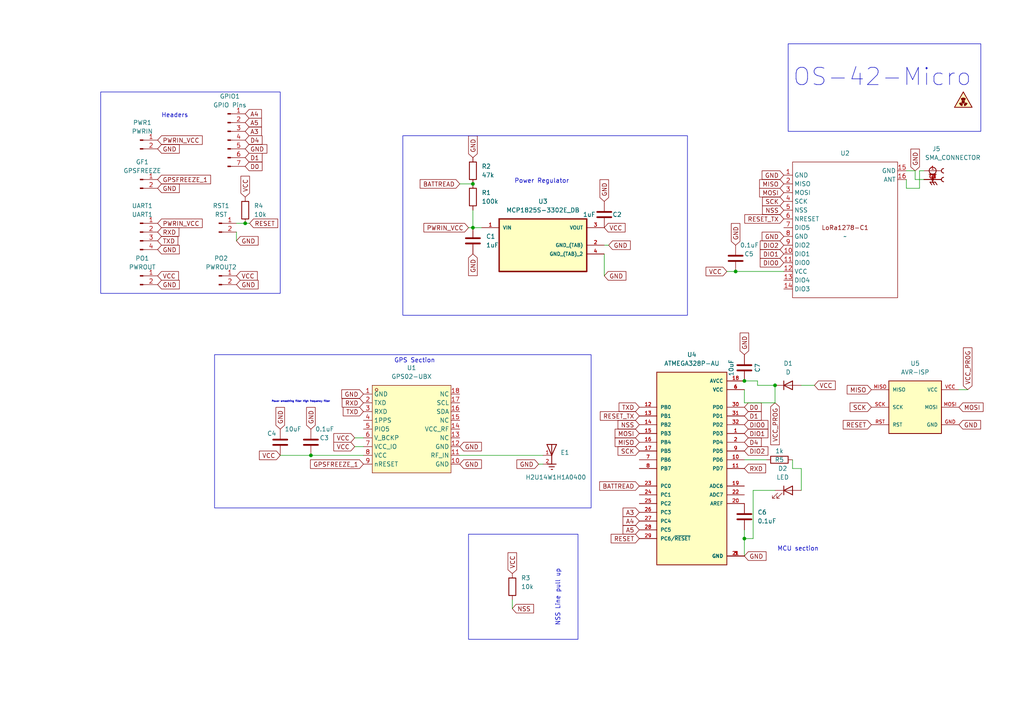
<source format=kicad_sch>
(kicad_sch (version 20231120) (generator "eeschema") (generator_version "8.0")
  (paper "A4")
  (lib_symbols
    (symbol "328p:ATMEGA328P-AU" (pin_names (offset 1.016))
      (property "Reference" "U" (at -10.1755 29.2546 0))
      (property "Value" "ATMEGA328P-AU" (at -10.1669 -31.7714 0))
      (symbol "ATMEGA328P-AU_0_0"
        (rectangle (start -10.16 -27.94) (end 10.16 27.94) (stroke (width 0.254)) (fill (type background)))
        (pin bidirectional line (at 15.24 10.16 180) (length 5.08) (name "PD3") (number "1"))
        (pin bidirectional line (at 15.24 2.54 180) (length 5.08) (name "PD6") (number "10"))
        (pin bidirectional line (at 15.24 0 180) (length 5.08) (name "PD7") (number "11"))
        (pin bidirectional line (at -15.24 17.78 0) (length 5.08) (name "PB0") (number "12"))
        (pin bidirectional line (at -15.24 15.24 0) (length 5.08) (name "PB1") (number "13"))
        (pin bidirectional line (at -15.24 12.7 0) (length 5.08) (name "PB2") (number "14"))
        (pin bidirectional line (at -15.24 10.16 0) (length 5.08) (name "PB3") (number "15"))
        (pin bidirectional line (at -15.24 7.62 0) (length 5.08) (name "PB4") (number "16"))
        (pin bidirectional line (at -15.24 5.08 0) (length 5.08) (name "PB5") (number "17"))
        (pin power_in line (at 15.24 25.4 180) (length 5.08) (name "AVCC") (number "18"))
        (pin bidirectional line (at 15.24 -5.08 180) (length 5.08) (name "ADC6") (number "19"))
        (pin bidirectional line (at 15.24 7.62 180) (length 5.08) (name "PD4") (number "2"))
        (pin input line (at 15.24 -10.16 180) (length 5.08) (name "AREF") (number "20"))
        (pin power_in line (at 15.24 -25.4 180) (length 5.08) (name "GND") (number "21"))
        (pin bidirectional line (at 15.24 -7.62 180) (length 5.08) (name "ADC7") (number "22"))
        (pin bidirectional line (at -15.24 -5.08 0) (length 5.08) (name "PC0") (number "23"))
        (pin bidirectional line (at -15.24 -7.62 0) (length 5.08) (name "PC1") (number "24"))
        (pin bidirectional line (at -15.24 -10.16 0) (length 5.08) (name "PC2") (number "25"))
        (pin bidirectional line (at -15.24 -12.7 0) (length 5.08) (name "PC3") (number "26"))
        (pin bidirectional line (at -15.24 -15.24 0) (length 5.08) (name "PC4") (number "27"))
        (pin bidirectional line (at -15.24 -17.78 0) (length 5.08) (name "PC5") (number "28"))
        (pin bidirectional line (at -15.24 -20.32 0) (length 5.08) (name "PC6/~{RESET}") (number "29"))
        (pin power_in line (at 15.24 -25.4 180) (length 5.08) (name "GND") (number "3"))
        (pin bidirectional line (at 15.24 17.78 180) (length 5.08) (name "PD0") (number "30"))
        (pin bidirectional line (at 15.24 15.24 180) (length 5.08) (name "PD1") (number "31"))
        (pin bidirectional line (at 15.24 12.7 180) (length 5.08) (name "PD2") (number "32"))
        (pin power_in line (at 15.24 22.86 180) (length 5.08) (name "VCC") (number "4"))
        (pin power_in line (at 15.24 -25.4 180) (length 5.08) (name "GND") (number "5"))
        (pin power_in line (at 15.24 22.86 180) (length 5.08) (name "VCC") (number "6"))
        (pin bidirectional line (at -15.24 2.54 0) (length 5.08) (name "PB6") (number "7"))
        (pin bidirectional line (at -15.24 0 0) (length 5.08) (name "PB7") (number "8"))
        (pin bidirectional line (at 15.24 5.08 180) (length 5.08) (name "PD5") (number "9"))
      )
    )
    (symbol "ANT:H2U14W1H1A0400" (pin_names (offset 1.016))
      (property "Reference" "E" (at 2.0344 0.7629 0))
      (property "Value" "H2U14W1H1A0400" (at 2.1628 -1.0178 0))
      (symbol "H2U14W1H1A0400_0_0"
        (polyline (pts (xy -1.397 3.175) (xy 0 3.175)) (stroke (width 0.254)))
        (polyline (pts (xy -0.762 -3.302) (xy 0.762 -3.302)) (stroke (width 0.254)))
        (polyline (pts (xy -0.127 -4.064) (xy 0.254 -4.064)) (stroke (width 0.254)))
        (polyline (pts (xy 0 -2.54) (xy -1.27 -2.54)) (stroke (width 0.254)))
        (polyline (pts (xy 0 -2.54) (xy 1.27 -2.54)) (stroke (width 0.254)))
        (polyline (pts (xy 0 0) (xy -1.397 3.175)) (stroke (width 0.254)))
        (polyline (pts (xy 0 0) (xy 0 -2.54)) (stroke (width 0.254)))
        (polyline (pts (xy 0 3.175) (xy 0 0)) (stroke (width 0.254)))
        (polyline (pts (xy 0 3.175) (xy 1.397 3.175)) (stroke (width 0.254)))
        (polyline (pts (xy 1.397 3.175) (xy 0 0)) (stroke (width 0.254)))
        (pin passive line (at -2.54 0 0) (length 2.54) (name "~") (number "1"))
        (pin power_in line (at -2.54 -2.54 0) (length 2.54) (name "~") (number "2"))
      )
    )
    (symbol "Connector:Conn_01x02_Pin" (pin_names (offset 1.016) hide)
      (property "Reference" "J" (at 0 2.54 0))
      (property "Value" "Conn_01x02_Pin" (at 0 -5.08 0))
      (symbol "Conn_01x02_Pin_1_1"
        (polyline (pts (xy 1.27 -2.54) (xy 0.8636 -2.54)) (stroke (width 0.1524)))
        (polyline (pts (xy 1.27 0) (xy 0.8636 0)) (stroke (width 0.1524)))
        (rectangle (start 0.8636 -2.413) (end 0 -2.667) (stroke (width 0.1524)) (fill (type outline)))
        (rectangle (start 0.8636 0.127) (end 0 -0.127) (stroke (width 0.1524)) (fill (type outline)))
        (pin passive line (at 5.08 0 180) (length 3.81) (name "Pin_1") (number "1"))
        (pin passive line (at 5.08 -2.54 180) (length 3.81) (name "Pin_2") (number "2"))
      )
    )
    (symbol "Connector:Conn_01x04_Pin" (pin_names (offset 1.016) hide)
      (property "Reference" "J" (at 0 5.08 0))
      (property "Value" "Conn_01x04_Pin" (at 0 -7.62 0))
      (symbol "Conn_01x04_Pin_1_1"
        (polyline (pts (xy 1.27 -5.08) (xy 0.8636 -5.08)) (stroke (width 0.1524)))
        (polyline (pts (xy 1.27 -2.54) (xy 0.8636 -2.54)) (stroke (width 0.1524)))
        (polyline (pts (xy 1.27 0) (xy 0.8636 0)) (stroke (width 0.1524)))
        (polyline (pts (xy 1.27 2.54) (xy 0.8636 2.54)) (stroke (width 0.1524)))
        (rectangle (start 0.8636 -4.953) (end 0 -5.207) (stroke (width 0.1524)) (fill (type outline)))
        (rectangle (start 0.8636 -2.413) (end 0 -2.667) (stroke (width 0.1524)) (fill (type outline)))
        (rectangle (start 0.8636 0.127) (end 0 -0.127) (stroke (width 0.1524)) (fill (type outline)))
        (rectangle (start 0.8636 2.667) (end 0 2.413) (stroke (width 0.1524)) (fill (type outline)))
        (pin passive line (at 5.08 2.54 180) (length 3.81) (name "Pin_1") (number "1"))
        (pin passive line (at 5.08 0 180) (length 3.81) (name "Pin_2") (number "2"))
        (pin passive line (at 5.08 -2.54 180) (length 3.81) (name "Pin_3") (number "3"))
        (pin passive line (at 5.08 -5.08 180) (length 3.81) (name "Pin_4") (number "4"))
      )
    )
    (symbol "Connector:Conn_01x07_Pin" (pin_names (offset 1.016) hide)
      (property "Reference" "J" (at 0 10.16 0))
      (property "Value" "Conn_01x07_Pin" (at 0 -10.16 0))
      (symbol "Conn_01x07_Pin_1_1"
        (polyline (pts (xy 1.27 -7.62) (xy 0.8636 -7.62)) (stroke (width 0.1524)))
        (polyline (pts (xy 1.27 -5.08) (xy 0.8636 -5.08)) (stroke (width 0.1524)))
        (polyline (pts (xy 1.27 -2.54) (xy 0.8636 -2.54)) (stroke (width 0.1524)))
        (polyline (pts (xy 1.27 0) (xy 0.8636 0)) (stroke (width 0.1524)))
        (polyline (pts (xy 1.27 2.54) (xy 0.8636 2.54)) (stroke (width 0.1524)))
        (polyline (pts (xy 1.27 5.08) (xy 0.8636 5.08)) (stroke (width 0.1524)))
        (polyline (pts (xy 1.27 7.62) (xy 0.8636 7.62)) (stroke (width 0.1524)))
        (rectangle (start 0.8636 -7.493) (end 0 -7.747) (stroke (width 0.1524)) (fill (type outline)))
        (rectangle (start 0.8636 -4.953) (end 0 -5.207) (stroke (width 0.1524)) (fill (type outline)))
        (rectangle (start 0.8636 -2.413) (end 0 -2.667) (stroke (width 0.1524)) (fill (type outline)))
        (rectangle (start 0.8636 0.127) (end 0 -0.127) (stroke (width 0.1524)) (fill (type outline)))
        (rectangle (start 0.8636 2.667) (end 0 2.413) (stroke (width 0.1524)) (fill (type outline)))
        (rectangle (start 0.8636 5.207) (end 0 4.953) (stroke (width 0.1524)) (fill (type outline)))
        (rectangle (start 0.8636 7.747) (end 0 7.493) (stroke (width 0.1524)) (fill (type outline)))
        (pin passive line (at 5.08 7.62 180) (length 3.81) (name "Pin_1") (number "1"))
        (pin passive line (at 5.08 5.08 180) (length 3.81) (name "Pin_2") (number "2"))
        (pin passive line (at 5.08 2.54 180) (length 3.81) (name "Pin_3") (number "3"))
        (pin passive line (at 5.08 0 180) (length 3.81) (name "Pin_4") (number "4"))
        (pin passive line (at 5.08 -2.54 180) (length 3.81) (name "Pin_5") (number "5"))
        (pin passive line (at 5.08 -5.08 180) (length 3.81) (name "Pin_6") (number "6"))
        (pin passive line (at 5.08 -7.62 180) (length 3.81) (name "Pin_7") (number "7"))
      )
    )
    (symbol "Device:C" (pin_numbers hide) (pin_names (offset 0.254))
      (property "Reference" "C" (at 0.635 2.54 0))
      (property "Value" "C" (at 0.635 -2.54 0))
      (symbol "C_0_1"
        (polyline (pts (xy -2.032 -0.762) (xy 2.032 -0.762)) (stroke (width 0.508)))
        (polyline (pts (xy -2.032 0.762) (xy 2.032 0.762)) (stroke (width 0.508)))
      )
      (symbol "C_1_1"
        (pin passive line (at 0 3.81 270) (length 2.794) (name "~") (number "1"))
        (pin passive line (at 0 -3.81 90) (length 2.794) (name "~") (number "2"))
      )
    )
    (symbol "Device:D" (pin_numbers hide) (pin_names (offset 1.016) hide)
      (property "Reference" "D" (at 0 2.54 0))
      (property "Value" "D" (at 0 -2.54 0))
      (symbol "D_0_1"
        (polyline (pts (xy -1.27 1.27) (xy -1.27 -1.27)) (stroke (width 0.254)))
        (polyline (pts (xy 1.27 0) (xy -1.27 0)))
        (polyline (pts (xy 1.27 1.27) (xy 1.27 -1.27) (xy -1.27 0) (xy 1.27 1.27)) (stroke (width 0.254)))
      )
      (symbol "D_1_1"
        (pin passive line (at -3.81 0 0) (length 2.54) (name "K") (number "1"))
        (pin passive line (at 3.81 0 180) (length 2.54) (name "A") (number "2"))
      )
    )
    (symbol "Device:LED" (pin_numbers hide) (pin_names (offset 1.016) hide)
      (property "Reference" "D" (at 0 2.54 0))
      (property "Value" "LED" (at 0 -2.54 0))
      (symbol "LED_0_1"
        (polyline (pts (xy -1.27 -1.27) (xy -1.27 1.27)) (stroke (width 0.254)))
        (polyline (pts (xy -1.27 0) (xy 1.27 0)))
        (polyline (pts (xy 1.27 -1.27) (xy 1.27 1.27) (xy -1.27 0) (xy 1.27 -1.27)) (stroke (width 0.254)))
        (polyline (pts (xy -3.048 -0.762) (xy -4.572 -2.286) (xy -3.81 -2.286) (xy -4.572 -2.286) (xy -4.572 -1.524)))
        (polyline (pts (xy -1.778 -0.762) (xy -3.302 -2.286) (xy -2.54 -2.286) (xy -3.302 -2.286) (xy -3.302 -1.524)))
      )
      (symbol "LED_1_1"
        (pin passive line (at -3.81 0 0) (length 2.54) (name "K") (number "1"))
        (pin passive line (at 3.81 0 180) (length 2.54) (name "A") (number "2"))
      )
    )
    (symbol "Device:R" (pin_numbers hide) (pin_names (offset 0))
      (property "Reference" "R" (at 2.032 0 90))
      (property "Value" "R" (at 0 0 90))
      (symbol "R_0_1"
        (rectangle (start -1.016 -2.54) (end 1.016 2.54) (stroke (width 0.254)))
      )
      (symbol "R_1_1"
        (pin passive line (at 0 3.81 270) (length 1.27) (name "~") (number "1"))
        (pin passive line (at 0 -3.81 90) (length 1.27) (name "~") (number "2"))
      )
    )
    (symbol "GPS:GPS02-UBX"
      (property "Reference" "U" (at 0 15.24 0))
      (property "Value" "GPS02-UBX" (at 0 -15.24 0))
      (symbol "GPS02-UBX_0_1"
        (rectangle (start -11.43 12.7) (end 11.43 -12.7) (fill (type background)))
        (circle (center -10.16 11.43) (radius 0.38))
        (pin unspecified line (at -13.97 10.16 0) (length 2.54) (name "GND") (number "1"))
        (pin unspecified line (at 13.97 -10.16 180) (length 2.54) (name "GND") (number "10"))
        (pin unspecified line (at 13.97 -7.62 180) (length 2.54) (name "RF_IN") (number "11"))
        (pin unspecified line (at 13.97 -5.08 180) (length 2.54) (name "GND") (number "12"))
        (pin unspecified line (at 13.97 -2.54 180) (length 2.54) (name "NC") (number "13"))
        (pin unspecified line (at 13.97 0 180) (length 2.54) (name "VCC_RF") (number "14"))
        (pin unspecified line (at 13.97 2.54 180) (length 2.54) (name "NC") (number "15"))
        (pin unspecified line (at 13.97 5.08 180) (length 2.54) (name "SDA") (number "16"))
        (pin unspecified line (at 13.97 7.62 180) (length 2.54) (name "SCL") (number "17"))
        (pin unspecified line (at 13.97 10.16 180) (length 2.54) (name "NC") (number "18"))
        (pin unspecified line (at -13.97 7.62 0) (length 2.54) (name "TXD") (number "2"))
        (pin unspecified line (at -13.97 5.08 0) (length 2.54) (name "RXD") (number "3"))
        (pin unspecified line (at -13.97 2.54 0) (length 2.54) (name "1PPS") (number "4"))
        (pin unspecified line (at -13.97 0 0) (length 2.54) (name "PIO5") (number "5"))
        (pin unspecified line (at -13.97 -2.54 0) (length 2.54) (name "V_BCKP") (number "6"))
        (pin unspecified line (at -13.97 -5.08 0) (length 2.54) (name "VCC_IO") (number "7"))
        (pin unspecified line (at -13.97 -7.62 0) (length 2.54) (name "VCC") (number "8"))
        (pin unspecified line (at -13.97 -10.16 0) (length 2.54) (name "nRESET") (number "9"))
      )
    )
    (symbol "Graphic:SYM_Radioactive_Radiation_Small" (in_bom no) (on_board no)
      (symbol "SYM_Radioactive_Radiation_Small_0_0"
        (arc (start -1.1176 -0.7366) (mid -0.8421 -1.2231) (end -0.3556 -1.4986))
        (arc (start -0.6096 -0.6096) (mid -0.4656 -0.8429) (end -0.2286 -0.9906))
        (circle (center -0.0254 -0.3556) (radius 0.3556) (stroke (width 0.254)) (fill (type outline)))
        (polyline (pts (xy -1.1176 -0.7366) (xy -0.6096 -0.6096)))
        (polyline (pts (xy -0.635 0.6096) (xy -0.381 0.1016)))
        (polyline (pts (xy -0.3556 -1.4986) (xy -0.2286 -0.9906)))
        (polyline (pts (xy 0.3556 -1.4986) (xy 0.2286 -0.9906)))
        (polyline (pts (xy 0.635 0.6096) (xy 0.381 0.1016)))
        (polyline (pts (xy 1.1176 -0.7366) (xy 0.6096 -0.6096)))
        (polyline (pts (xy -0.6096 -0.6604) (xy -0.508 -0.8636) (xy -0.254 -0.9652) (xy -0.4064 -1.4732) (xy -0.762 -1.2192) (xy -0.9652 -1.016) (xy -1.0668 -0.7112) (xy -0.6096 -0.6604)) (fill (type outline)))
        (polyline (pts (xy 0.6096 -0.6096) (xy 0.4572 -0.8636) (xy 0.254 -1.016) (xy 0.4064 -1.4732) (xy 0.7112 -1.27) (xy 0.9144 -1.0668) (xy 1.0668 -0.762) (xy 0.6096 -0.6604)) (fill (type outline)))
        (polyline (pts (xy -0.3556 0.1524) (xy -0.1016 0.254) (xy 0.1524 0.254) (xy 0.3556 0.1016) (xy 0.6096 0.6096) (xy 0.3556 0.7112) (xy 0.1016 0.762) (xy -0.1524 0.762) (xy -0.4572 0.6604) (xy -0.6096 0.6096) (xy -0.4064 0.1524)) (fill (type outline)))
        (arc (start 0.2286 -0.9906) (mid 0.4619 -0.8466) (end 0.6096 -0.6096))
        (arc (start 0.3556 -1.4986) (mid 0.8421 -1.2231) (end 1.1176 -0.7366))
        (arc (start 0.381 0.1016) (mid 0 0.2594) (end -0.381 0.1016))
        (arc (start 0.635 0.6096) (mid 0 0.8131) (end -0.635 0.6096))
      )
      (symbol "SYM_Radioactive_Radiation_Small_0_1"
        (polyline (pts (xy -2.54 -1.905) (xy 2.54 -1.905) (xy 0 2.54) (xy -2.54 -1.905)) (stroke (width 0.254)) (fill (type background)))
      )
    )
    (symbol "ISP:AVR-ISP" (pin_names (offset 1.016))
      (property "Reference" "U" (at 0 0 0))
      (property "Value" "AVR-ISP" (at 0 0 0))
      (symbol "AVR-ISP_0_0"
        (rectangle (start -7.62 -7.62) (end 7.62 7.62) (stroke (width 0.254)) (fill (type background)))
        (pin bidirectional line (at 12.7 -5.08 180) (length 5.08) (name "GND") (number "GND"))
        (pin bidirectional line (at -12.7 5.08 0) (length 5.08) (name "MISO") (number "MISO"))
        (pin bidirectional line (at 12.7 0 180) (length 5.08) (name "MOSI") (number "MOSI"))
        (pin bidirectional line (at -12.7 -5.08 0) (length 5.08) (name "RST") (number "RST"))
        (pin bidirectional line (at -12.7 0 0) (length 5.08) (name "SCK") (number "SCK"))
        (pin bidirectional line (at 12.7 5.08 180) (length 5.08) (name "VCC") (number "VCC"))
      )
    )
    (symbol "LoRa1278:LoRa1278-C1"
      (property "Reference" "U" (at 0 0 0))
      (symbol "LoRa1278-C1_0_1"
        (rectangle (start -15.24 21.59) (end 15.24 -17.78))
      )
      (symbol "LoRa1278-C1_1_1"
        (text "LoRa1278-C1" (at 0 2.54 0) (effects (font (size 1.27 1.27))))
        (pin power_in line (at -17.78 17.78 0) (length 2.54) (name "GND") (number "1"))
        (pin input line (at -17.78 -5.08 0) (length 2.54) (name "DIO1") (number "10"))
        (pin input line (at -17.78 -7.62 0) (length 2.54) (name "DIO0") (number "11"))
        (pin power_in line (at -17.78 -10.16 0) (length 2.54) (name "VCC") (number "12"))
        (pin input line (at -17.78 -12.7 0) (length 2.54) (name "DIO4") (number "13"))
        (pin input line (at -17.78 -15.24 0) (length 2.54) (name "DIO3") (number "14"))
        (pin power_out line (at 17.78 19.05 180) (length 2.54) (name "GND") (number "15"))
        (pin output line (at 17.78 16.51 180) (length 2.54) (name "ANT") (number "16"))
        (pin input line (at -17.78 15.24 0) (length 2.54) (name "MISO") (number "2"))
        (pin input line (at -17.78 12.7 0) (length 2.54) (name "MOSI") (number "3"))
        (pin input line (at -17.78 10.16 0) (length 2.54) (name "SCK") (number "4"))
        (pin input line (at -17.78 7.62 0) (length 2.54) (name "NSS") (number "5"))
        (pin input line (at -17.78 5.08 0) (length 2.54) (name "NRESET") (number "6"))
        (pin input line (at -17.78 2.54 0) (length 2.54) (name "DIO5") (number "7"))
        (pin power_in line (at -17.78 0 0) (length 2.54) (name "GND") (number "8"))
        (pin input line (at -17.78 -2.54 0) (length 2.54) (name "DIO2") (number "9"))
      )
    )
    (symbol "SMACONN:SMA_CONNECTOR" (pin_names (offset 1.016))
      (property "Reference" "J" (at -3.81 1.524 0))
      (property "Value" "SMA_CONNECTOR" (at -4.064 -6.858 0))
      (symbol "SMA_CONNECTOR_0_0"
        (arc (start -3.175 -3.175) (mid -2.5427 -2.54) (end -3.175 -1.905) (stroke (width 0.254)))
        (arc (start -3.175 -0.635) (mid -2.5427 0) (end -3.175 0.635) (stroke (width 0.254)))
        (circle (center 0 -2.54) (radius 0.254) (stroke (width 0.254)))
        (polyline (pts (xy -1.016 -1.016) (xy 0 -1.016)) (stroke (width 0.254)))
        (polyline (pts (xy -0.762 -3.302) (xy -1.27 -4.064)) (stroke (width 0.254)))
        (polyline (pts (xy 0 -3.302) (xy -0.762 -3.302)) (stroke (width 0.254)))
        (polyline (pts (xy 0 -3.302) (xy -0.508 -4.064)) (stroke (width 0.254)))
        (polyline (pts (xy 0 -3.302) (xy 0.762 -3.302)) (stroke (width 0.254)))
        (polyline (pts (xy 0 -1.016) (xy 0 -3.302)) (stroke (width 0.254)))
        (polyline (pts (xy 0 -1.016) (xy 1.016 -1.016)) (stroke (width 0.254)))
        (polyline (pts (xy 0.762 -3.302) (xy 0.254 -4.064)) (stroke (width 0.254)))
        (circle (center 0 0) (radius 1.016) (stroke (width 0.254)))
        (pin passive line (at 2.54 0 180) (length 5.08) (name "~") (number "1"))
        (pin passive line (at 2.54 -2.54 180) (length 5.08) (name "~") (number "G1"))
        (pin passive line (at 2.54 -2.54 180) (length 5.08) (name "~") (number "G2"))
        (pin passive line (at 2.54 -2.54 180) (length 5.08) (name "~") (number "G3"))
        (pin passive line (at 2.54 -2.54 180) (length 5.08) (name "~") (number "G4"))
      )
    )
    (symbol "Voltage Reg:MCP1825S-3302E_DB" (pin_names (offset 1.016))
      (property "Reference" "U" (at -12.7 8.62 0))
      (property "Value" "MCP1825S-3302E_DB" (at -12.7 -11.62 0))
      (symbol "MCP1825S-3302E_DB_0_0"
        (rectangle (start -12.7 -7.62) (end 12.7 7.62) (stroke (width 0.41)) (fill (type background)))
        (pin input line (at -17.78 5.08 0) (length 5.08) (name "VIN") (number "1"))
        (pin power_in line (at 17.78 0 180) (length 5.08) (name "GND_(TAB)") (number "2"))
        (pin output line (at 17.78 5.08 180) (length 5.08) (name "VOUT") (number "3"))
        (pin power_in line (at 17.78 -2.54 180) (length 5.08) (name "GND_(TAB)_2") (number "4"))
      )
    )
  )
  (junction (at 71.12 64.77))
  (junction (at 215.9 156.21))
  (junction (at 90.17 132.08))
  (junction (at 224.79 111.76))
  (junction (at 213.36 78.74))
  (junction (at 137.16 53.34))
  (junction (at 215.9 110.49))
  (junction (at 137.16 66.04))
  (wire (pts (xy 135.89 66.04) (xy 137.16 66.04)))
  (wire (pts (xy 222.25 133.35) (xy 215.9 133.35)))
  (wire (pts (xy 215.9 153.67) (xy 215.9 156.21)))
  (wire (pts (xy 224.79 116.84) (xy 224.79 111.76)))
  (wire (pts (xy 219.71 110.49) (xy 219.71 111.76)))
  (wire (pts (xy 148.59 173.99) (xy 148.59 176.53)))
  (wire (pts (xy 265.43 52.07) (xy 267.97 52.07)))
  (wire (pts (xy 215.9 110.49) (xy 219.71 110.49)))
  (wire (pts (xy 266.7 49.53) (xy 267.97 49.53)))
  (wire (pts (xy 218.44 156.21) (xy 215.9 156.21)))
  (wire (pts (xy 137.16 66.04) (xy 139.7 66.04)))
  (wire (pts (xy 219.71 111.76) (xy 224.79 111.76)))
  (wire (pts (xy 81.28 132.08) (xy 90.17 132.08)))
  (wire (pts (xy 133.35 53.34) (xy 137.16 53.34)))
  (wire (pts (xy 262.89 49.53) (xy 265.43 49.53)))
  (wire (pts (xy 280.67 113.03) (xy 278.13 113.03)))
  (wire (pts (xy 218.44 142.24) (xy 218.44 156.21)))
  (wire (pts (xy 157.48 132.08) (xy 133.35 132.08)))
  (wire (pts (xy 176.53 71.12) (xy 175.26 71.12)))
  (wire (pts (xy 224.79 116.84) (xy 215.9 116.84)))
  (wire (pts (xy 175.26 80.01) (xy 175.26 73.66)))
  (wire (pts (xy 232.41 111.76) (xy 236.22 111.76)))
  (wire (pts (xy 266.7 54.61) (xy 266.7 49.53)))
  (wire (pts (xy 229.87 135.89) (xy 229.87 133.35)))
  (wire (pts (xy 68.58 69.85) (xy 68.58 67.31)))
  (wire (pts (xy 137.16 60.96) (xy 137.16 66.04)))
  (wire (pts (xy 157.48 134.62) (xy 156.21 134.62)))
  (wire (pts (xy 102.87 127) (xy 105.41 127)))
  (wire (pts (xy 210.82 78.74) (xy 213.36 78.74)))
  (wire (pts (xy 90.17 132.08) (xy 105.41 132.08)))
  (wire (pts (xy 232.41 142.24) (xy 232.41 135.89)))
  (wire (pts (xy 265.43 49.53) (xy 265.43 52.07)))
  (wire (pts (xy 262.89 54.61) (xy 266.7 54.61)))
  (wire (pts (xy 262.89 52.07) (xy 262.89 54.61)))
  (wire (pts (xy 102.87 129.54) (xy 105.41 129.54)))
  (wire (pts (xy 215.9 116.84) (xy 215.9 113.03)))
  (wire (pts (xy 215.9 156.21) (xy 215.9 161.29)))
  (wire (pts (xy 224.79 142.24) (xy 218.44 142.24)))
  (wire (pts (xy 72.39 64.77) (xy 71.12 64.77)))
  (wire (pts (xy 213.36 78.74) (xy 227.33 78.74)))
  (wire (pts (xy 232.41 135.89) (xy 229.87 135.89)))
  (wire (pts (xy 71.12 64.77) (xy 68.58 64.77)))
  (rectangle (start 62.23 102.87) (end 171.45 147.32))
  (rectangle (start 116.84 39.37) (end 199.39 91.44))
  (rectangle (start 228.6 12.7) (end 284.48 38.1))
  (rectangle (start 29.21 26.67) (end 81.28 85.09))
  (rectangle (start 135.89 154.94) (end 167.64 185.42))
  (text "MCU section" (at 237.49 160.02 0) (effects (font (size 1.27 1.27)) (justify right bottom)))
  (text "Headers" (at 54.61 34.29 0) (effects (font (size 1.27 1.27)) (justify right bottom)))
  (text "NSS Line pull up" (at 162.56 181.61 90) (effects (font (size 1.27 1.27)) (justify left bottom)))
  (text "Power Regulator" (at 165.1 53.34 0) (effects (font (size 1.27 1.27)) (justify right bottom)))
  (text "Power smoothing filter High frequency filter" (at 78.74 116.84 0) (effects (font (size 0.5 0.5)) (justify left bottom)))
  (text "OS-42-Micro\n" (at 281.94 25.4 0) (effects (font (size 5 5)) (justify right bottom)))
  (text "GPS Section\n" (at 114.3 105.41 0) (effects (font (size 1.27 1.27)) (justify left bottom)))
  (global_label "GND" (shape input) (at 137.16 73.66 270) (property "Intersheetrefs" "${INTERSHEET_REFS}" (effects (hide yes))))
  (global_label "GND" (shape input) (at 215.9 102.87 90) (property "Intersheetrefs" "${INTERSHEET_REFS}" (effects (hide yes))))
  (global_label "D4" (shape input) (at 71.12 40.64 0) (property "Intersheetrefs" "${INTERSHEET_REFS}" (effects (hide yes))))
  (global_label "PWRIN_VCC" (shape input) (at 45.72 64.77 0) (property "Intersheetrefs" "${INTERSHEET_REFS}" (effects (hide yes))))
  (global_label "BATTREAD" (shape input) (at 133.35 53.34 180) (property "Intersheetrefs" "${INTERSHEET_REFS}" (effects (hide yes))))
  (global_label "GND" (shape input) (at 105.41 114.3 180) (property "Intersheetrefs" "${INTERSHEET_REFS}" (effects (hide yes))))
  (global_label "RXD" (shape input) (at 45.72 67.31 0) (property "Intersheetrefs" "${INTERSHEET_REFS}" (effects (hide yes))))
  (global_label "GND" (shape input) (at 45.72 82.55 0) (property "Intersheetrefs" "${INTERSHEET_REFS}" (effects (hide yes))))
  (global_label "GND" (shape input) (at 81.28 124.46 90) (property "Intersheetrefs" "${INTERSHEET_REFS}" (effects (hide yes))))
  (global_label "NSS" (shape input) (at 227.33 60.96 180) (property "Intersheetrefs" "${INTERSHEET_REFS}" (effects (hide yes))))
  (global_label "GND" (shape input) (at 68.58 69.85 0) (property "Intersheetrefs" "${INTERSHEET_REFS}" (effects (hide yes))))
  (global_label "A4" (shape input) (at 71.12 33.02 0) (property "Intersheetrefs" "${INTERSHEET_REFS}" (effects (hide yes))))
  (global_label "MOSI" (shape input) (at 227.33 55.88 180) (property "Intersheetrefs" "${INTERSHEET_REFS}" (effects (hide yes))))
  (global_label "RESET" (shape input) (at 252.73 123.19 180) (property "Intersheetrefs" "${INTERSHEET_REFS}" (effects (hide yes))))
  (global_label "GND" (shape input) (at 215.9 161.29 0) (property "Intersheetrefs" "${INTERSHEET_REFS}" (effects (hide yes))))
  (global_label "VCC" (shape input) (at 102.87 129.54 180) (property "Intersheetrefs" "${INTERSHEET_REFS}" (effects (hide yes))))
  (global_label "GND" (shape input) (at 133.35 129.54 0) (property "Intersheetrefs" "${INTERSHEET_REFS}" (effects (hide yes))))
  (global_label "VCC_PROG" (shape input) (at 224.79 116.84 270) (property "Intersheetrefs" "${INTERSHEET_REFS}" (effects (hide yes))))
  (global_label "D1" (shape input) (at 71.12 45.72 0) (property "Intersheetrefs" "${INTERSHEET_REFS}" (effects (hide yes))))
  (global_label "DIO1" (shape input) (at 227.33 73.66 180) (property "Intersheetrefs" "${INTERSHEET_REFS}" (effects (hide yes))))
  (global_label "SCK" (shape input) (at 227.33 58.42 180) (property "Intersheetrefs" "${INTERSHEET_REFS}" (effects (hide yes))))
  (global_label "NSS" (shape input) (at 185.42 123.19 180) (property "Intersheetrefs" "${INTERSHEET_REFS}" (effects (hide yes))))
  (global_label "VCC" (shape input) (at 236.22 111.76 0) (property "Intersheetrefs" "${INTERSHEET_REFS}" (effects (hide yes))))
  (global_label "GND" (shape input) (at 176.53 71.12 0) (property "Intersheetrefs" "${INTERSHEET_REFS}" (effects (hide yes))))
  (global_label "BATTREAD" (shape input) (at 185.42 140.97 180) (property "Intersheetrefs" "${INTERSHEET_REFS}" (effects (hide yes))))
  (global_label "RESET_TX" (shape input) (at 227.33 63.5 180) (property "Intersheetrefs" "${INTERSHEET_REFS}" (effects (hide yes))))
  (global_label "GND" (shape input) (at 227.33 68.58 180) (property "Intersheetrefs" "${INTERSHEET_REFS}" (effects (hide yes))))
  (global_label "VCC" (shape input) (at 102.87 127 180) (property "Intersheetrefs" "${INTERSHEET_REFS}" (effects (hide yes))))
  (global_label "MISO" (shape input) (at 252.73 113.03 180) (property "Intersheetrefs" "${INTERSHEET_REFS}" (effects (hide yes))))
  (global_label "SCK" (shape input) (at 252.73 118.11 180) (property "Intersheetrefs" "${INTERSHEET_REFS}" (effects (hide yes))))
  (global_label "GND" (shape input) (at 45.72 54.61 0) (property "Intersheetrefs" "${INTERSHEET_REFS}" (effects (hide yes))))
  (global_label "GND" (shape input) (at 90.17 124.46 90) (property "Intersheetrefs" "${INTERSHEET_REFS}" (effects (hide yes))))
  (global_label "TXD" (shape input) (at 45.72 69.85 0) (property "Intersheetrefs" "${INTERSHEET_REFS}" (effects (hide yes))))
  (global_label "A5" (shape input) (at 185.42 153.67 180) (property "Intersheetrefs" "${INTERSHEET_REFS}" (effects (hide yes))))
  (global_label "PWRIN_VCC" (shape input) (at 135.89 66.04 180) (property "Intersheetrefs" "${INTERSHEET_REFS}" (effects (hide yes))))
  (global_label "DIO2" (shape input) (at 227.33 71.12 180) (property "Intersheetrefs" "${INTERSHEET_REFS}" (effects (hide yes))))
  (global_label "A3" (shape input) (at 71.12 38.1 0) (property "Intersheetrefs" "${INTERSHEET_REFS}" (effects (hide yes))))
  (global_label "PWRIN_VCC" (shape input) (at 45.72 40.64 0) (property "Intersheetrefs" "${INTERSHEET_REFS}" (effects (hide yes))))
  (global_label "VCC" (shape input) (at 210.82 78.74 180) (property "Intersheetrefs" "${INTERSHEET_REFS}" (effects (hide yes))))
  (global_label "SCK" (shape input) (at 185.42 130.81 180) (property "Intersheetrefs" "${INTERSHEET_REFS}" (effects (hide yes))))
  (global_label "GND" (shape input) (at 68.58 82.55 0) (property "Intersheetrefs" "${INTERSHEET_REFS}" (effects (hide yes))))
  (global_label "TXD" (shape input) (at 105.41 119.38 180) (property "Intersheetrefs" "${INTERSHEET_REFS}" (effects (hide yes))))
  (global_label "GND" (shape input) (at 45.72 72.39 0) (property "Intersheetrefs" "${INTERSHEET_REFS}" (effects (hide yes))))
  (global_label "DIO2" (shape input) (at 215.9 130.81 0) (property "Intersheetrefs" "${INTERSHEET_REFS}" (effects (hide yes))))
  (global_label "VCC" (shape input) (at 45.72 80.01 0) (property "Intersheetrefs" "${INTERSHEET_REFS}" (effects (hide yes))))
  (global_label "A4" (shape input) (at 185.42 151.13 180) (property "Intersheetrefs" "${INTERSHEET_REFS}" (effects (hide yes))))
  (global_label "A5" (shape input) (at 71.12 35.56 0) (property "Intersheetrefs" "${INTERSHEET_REFS}" (effects (hide yes))))
  (global_label "GND" (shape input) (at 175.26 80.01 0) (property "Intersheetrefs" "${INTERSHEET_REFS}" (effects (hide yes))))
  (global_label "D0" (shape input) (at 71.12 48.26 0) (property "Intersheetrefs" "${INTERSHEET_REFS}" (effects (hide yes))))
  (global_label "NSS" (shape input) (at 148.59 176.53 0) (property "Intersheetrefs" "${INTERSHEET_REFS}" (effects (hide yes))))
  (global_label "GND" (shape input) (at 156.21 134.62 180) (property "Intersheetrefs" "${INTERSHEET_REFS}" (effects (hide yes))))
  (global_label "GND" (shape input) (at 227.33 50.8 180) (property "Intersheetrefs" "${INTERSHEET_REFS}" (effects (hide yes))))
  (global_label "TXD" (shape input) (at 185.42 118.11 180) (property "Intersheetrefs" "${INTERSHEET_REFS}" (effects (hide yes))))
  (global_label "DIO0" (shape input) (at 215.9 123.19 0) (property "Intersheetrefs" "${INTERSHEET_REFS}" (effects (hide yes))))
  (global_label "MISO" (shape input) (at 185.42 128.27 180) (property "Intersheetrefs" "${INTERSHEET_REFS}" (effects (hide yes))))
  (global_label "VCC_PROG" (shape input) (at 280.67 113.03 90) (property "Intersheetrefs" "${INTERSHEET_REFS}" (effects (hide yes))))
  (global_label "RXD" (shape input) (at 105.41 116.84 180) (property "Intersheetrefs" "${INTERSHEET_REFS}" (effects (hide yes))))
  (global_label "GND" (shape input) (at 265.43 49.53 90) (property "Intersheetrefs" "${INTERSHEET_REFS}" (effects (hide yes))))
  (global_label "VCC" (shape input) (at 68.58 80.01 0) (property "Intersheetrefs" "${INTERSHEET_REFS}" (effects (hide yes))))
  (global_label "GPSFREEZE_1" (shape input) (at 45.72 52.07 0) (property "Intersheetrefs" "${INTERSHEET_REFS}" (effects (hide yes))))
  (global_label "A3" (shape input) (at 185.42 148.59 180) (property "Intersheetrefs" "${INTERSHEET_REFS}" (effects (hide yes))))
  (global_label "GND" (shape input) (at 137.16 45.72 90) (property "Intersheetrefs" "${INTERSHEET_REFS}" (effects (hide yes))))
  (global_label "GND" (shape input) (at 175.26 58.42 90) (property "Intersheetrefs" "${INTERSHEET_REFS}" (effects (hide yes))))
  (global_label "RXD" (shape input) (at 215.9 135.89 0) (property "Intersheetrefs" "${INTERSHEET_REFS}" (effects (hide yes))))
  (global_label "VCC" (shape input) (at 148.59 166.37 90) (property "Intersheetrefs" "${INTERSHEET_REFS}" (effects (hide yes))))
  (global_label "RESET" (shape input) (at 185.42 156.21 180) (property "Intersheetrefs" "${INTERSHEET_REFS}" (effects (hide yes))))
  (global_label "DIO1" (shape input) (at 215.9 125.73 0) (property "Intersheetrefs" "${INTERSHEET_REFS}" (effects (hide yes))))
  (global_label "MISO" (shape input) (at 227.33 53.34 180) (property "Intersheetrefs" "${INTERSHEET_REFS}" (effects (hide yes))))
  (global_label "VCC" (shape input) (at 175.26 66.04 0) (property "Intersheetrefs" "${INTERSHEET_REFS}" (effects (hide yes))))
  (global_label "VCC" (shape input) (at 71.12 57.15 90) (property "Intersheetrefs" "${INTERSHEET_REFS}" (effects (hide yes))))
  (global_label "GND" (shape input) (at 278.13 123.19 0) (property "Intersheetrefs" "${INTERSHEET_REFS}" (effects (hide yes))))
  (global_label "MOSI" (shape input) (at 278.13 118.11 0) (property "Intersheetrefs" "${INTERSHEET_REFS}" (effects (hide yes))))
  (global_label "VCC" (shape input) (at 81.28 132.08 180) (property "Intersheetrefs" "${INTERSHEET_REFS}" (effects (hide yes))))
  (global_label "DIO0" (shape input) (at 227.33 76.2 180) (property "Intersheetrefs" "${INTERSHEET_REFS}" (effects (hide yes))))
  (global_label "D4" (shape input) (at 215.9 128.27 0) (property "Intersheetrefs" "${INTERSHEET_REFS}" (effects (hide yes))))
  (global_label "GND" (shape input) (at 213.36 71.12 90) (property "Intersheetrefs" "${INTERSHEET_REFS}" (effects (hide yes))))
  (global_label "RESET_TX" (shape input) (at 185.42 120.65 180) (property "Intersheetrefs" "${INTERSHEET_REFS}" (effects (hide yes))))
  (global_label "GND" (shape input) (at 45.72 43.18 0) (property "Intersheetrefs" "${INTERSHEET_REFS}" (effects (hide yes))))
  (global_label "D0" (shape input) (at 215.9 118.11 0) (property "Intersheetrefs" "${INTERSHEET_REFS}" (effects (hide yes))))
  (global_label "MOSI" (shape input) (at 185.42 125.73 180) (property "Intersheetrefs" "${INTERSHEET_REFS}" (effects (hide yes))))
  (global_label "D1" (shape input) (at 215.9 120.65 0) (property "Intersheetrefs" "${INTERSHEET_REFS}" (effects (hide yes))))
  (global_label "GPSFREEZE_1" (shape input) (at 105.41 134.62 180) (property "Intersheetrefs" "${INTERSHEET_REFS}" (effects (hide yes))))
  (global_label "GND" (shape input) (at 71.12 43.18 0) (property "Intersheetrefs" "${INTERSHEET_REFS}" (effects (hide yes))))
  (global_label "GND" (shape input) (at 133.35 134.62 0) (property "Intersheetrefs" "${INTERSHEET_REFS}" (effects (hide yes))))
  (global_label "RESET" (shape input) (at 72.39 64.77 0) (property "Intersheetrefs" "${INTERSHEET_REFS}" (effects (hide yes))))
  (symbol (lib_id "GPS:GPS02-UBX") (at 119.38 124.46 0) (unit 1)
    (property "Reference" "U1" (at 119.38 106.68 0))
    (property "Value" "GPS02-UBX" (at 119.38 109.22 0))
    (property "Footprint" "OS42-components:GPS02" (effects (hide yes)))
    (property "LCSC Part" "C5356636" (effects (hide yes)))
  )
  (symbol (lib_id "Device:LED") (at 228.6 142.24 0) (unit 1)
    (property "Reference" "D2" (at 227.0125 135.89 0))
    (property "Value" "LED" (at 227.0125 138.43 0))
    (property "Footprint" "LED_SMD:LED_1206_3216Metric_Pad1.42x1.75mm_HandSolder" (effects (hide yes)))
  )
  (symbol (lib_id "Connector:Conn_01x02_Pin") (at 63.5 80.01 0) (unit 1)
    (property "Reference" "PO2" (at 64.135 74.93 0))
    (property "Value" "PWROUT2" (at 64.135 77.47 0))
    (property "Footprint" "Connector_PinSocket_2.54mm:PinSocket_1x02_P2.54mm_Vertical" (effects (hide yes)))
  )
  (symbol (lib_id "Connector:Conn_01x02_Pin") (at 40.64 40.64 0) (unit 1)
    (property "Reference" "PWR1" (at 41.275 35.56 0))
    (property "Value" "PWRIN" (at 41.275 38.1 0))
    (property "Footprint" "Connector_PinSocket_2.54mm:PinSocket_1x02_P2.54mm_Vertical" (effects (hide yes)))
  )
  (symbol (lib_id "Device:C") (at 215.9 106.68 180) (unit 1)
    (property "Reference" "C7" (at 219.71 106.68 90))
    (property "Value" "10uF" (at 212.09 106.68 90))
    (property "Footprint" "Capacitor_SMD:C_0805_2012Metric_Pad1.18x1.45mm_HandSolder" (effects (hide yes)))
  )
  (symbol (lib_id "Connector:Conn_01x02_Pin") (at 40.64 52.07 0) (unit 1)
    (property "Reference" "GF1" (at 41.275 46.99 0))
    (property "Value" "GPSFREEZE" (at 41.275 49.53 0))
    (property "Footprint" "Connector_PinSocket_2.54mm:PinSocket_1x02_P2.54mm_Vertical" (effects (hide yes)))
  )
  (symbol (lib_id "Graphic:SYM_Radioactive_Radiation_Small") (at 279.4 29.21 0) (unit 1) (exclude_from_sim yes) (in_bom no) (on_board no)
    (property "Reference" "#SYM1" (effects (hide yes)))
    (property "Value" "SYM_Radioactive_Radiation_Small" (effects (hide yes)))
  )
  (symbol (lib_id "Device:R") (at 137.16 49.53 0) (unit 1)
    (property "Reference" "R2" (at 139.7 48.26 0) (effects (justify left)))
    (property "Value" "47k" (at 139.7 50.8 0) (effects (justify left)))
    (property "Footprint" "Resistor_SMD:R_2010_5025Metric_Pad1.40x2.65mm_HandSolder" (effects (hide yes)))
  )
  (symbol (lib_id "Device:C") (at 175.26 62.23 180) (unit 1)
    (property "Reference" "C2" (at 180.34 62.23 0) (effects (justify left)))
    (property "Value" "1uF" (at 172.72 62.23 0) (effects (justify left)))
    (property "Footprint" "Capacitor_SMD:C_0805_2012Metric_Pad1.18x1.45mm_HandSolder" (effects (hide yes)))
  )
  (symbol (lib_id "Device:C") (at 213.36 74.93 0) (unit 1)
    (property "Reference" "C5" (at 215.9 73.66 0) (effects (justify left)))
    (property "Value" "0.1uF" (at 214.63 71.12 0) (effects (justify left)))
    (property "Footprint" "Capacitor_SMD:C_0805_2012Metric_Pad1.18x1.45mm_HandSolder" (effects (hide yes)))
  )
  (symbol (lib_id "SMACONN:SMA_CONNECTOR") (at 270.51 49.53 0) (mirror y) (unit 1)
    (property "Reference" "J5" (at 271.5895 43.18 0))
    (property "Value" "SMA_CONNECTOR" (at 276.352 45.72 0))
    (property "Footprint" "OS42-components:LPRS_SMA_CONNECTOR" (effects (hide yes)))
    (property "Description" "\nRF Coaxial Straight SMA Connector\n" (effects (hide yes)))
    (property "MF" "LPRS" (effects (hide yes)))
    (property "MAXIMUM_PACKAGE_HEIGHT" "8.3 mm" (effects (hide yes)))
    (property "Package" "None" (effects (hide yes)))
    (property "Price" "None" (effects (hide yes)))
    (property "Check_prices" "https://www.snapeda.com/parts/SMA%20CONNECTOR/LPRS/view-part/?ref=eda" (effects (hide yes)))
    (property "STANDARD" "Manufacturer Recommendations" (effects (hide yes)))
    (property "PARTREV" "1.3" (effects (hide yes)))
    (property "SnapEDA_Link" "https://www.snapeda.com/parts/SMA%20CONNECTOR/LPRS/view-part/?ref=snap" (effects (hide yes)))
    (property "MP" "SMA CONNECTOR" (effects (hide yes)))
    (property "Availability" "In Stock" (effects (hide yes)))
    (property "MANUFACTURER" "LPRS" (effects (hide yes)))
  )
  (symbol (lib_id "ANT:H2U14W1H1A0400") (at 160.02 132.08 0) (unit 1)
    (property "Reference" "E1" (at 162.56 131.2545 0) (effects (justify left)))
    (property "Value" "H2U14W1H1A0400" (at 152.4 138.43 0) (effects (justify left)))
    (property "Footprint" "OS42-components:XCVR_H2U14W1H1A0400" (effects (hide yes)))
    (property "Description" "\n1.583GHz Galileo, GLONASS, GNSS, GPS Chip RF Antenna 1.56GHz ~ 1.606GHz 3.3dBi Solder Surface Mount\n" (effects (hide yes)))
    (property "MF" "Unictron" (effects (hide yes)))
    (property "MAXIMUM_PACKAGE_HEIGHT" "0.65 mm" (effects (hide yes)))
    (property "Package" "None" (effects (hide yes)))
    (property "Price" "None" (effects (hide yes)))
    (property "Check_prices" "https://www.snapeda.com/parts/H2U14W1H1A0400/Unictron/view-part/?ref=eda" (effects (hide yes)))
    (property "STANDARD" "Manufacturer Recommendations" (effects (hide yes)))
    (property "PARTREV" "I" (effects (hide yes)))
    (property "SnapEDA_Link" "https://www.snapeda.com/parts/H2U14W1H1A0400/Unictron/view-part/?ref=snap" (effects (hide yes)))
    (property "MP" "H2U14W1H1A0400" (effects (hide yes)))
    (property "MANUFACTURER" "Unictron" (effects (hide yes)))
    (property "Availability" "In Stock" (effects (hide yes)))
    (property "SNAPEDA_PN" "H2U14W1H1A0400" (effects (hide yes)))
  )
  (symbol (lib_id "ISP:AVR-ISP") (at 265.43 118.11 0) (unit 1)
    (property "Reference" "U5" (at 265.43 105.41 0))
    (property "Value" "AVR-ISP" (at 265.43 107.95 0))
    (property "Footprint" "OS42-components:AVR-ISP" (effects (hide yes)))
    (property "Description" "\nAVR® - Programmer (In-Circuit/In-System)\n" (effects (hide yes)))
    (property "MF" "Gravitech" (effects (hide yes)))
    (property "Package" "None" (effects (hide yes)))
    (property "Price" "None" (effects (hide yes)))
    (property "SnapEDA_Link" "https://www.snapeda.com/parts/AVR-ISP/Gravitech/view-part/?ref=snap" (effects (hide yes)))
    (property "MP" "AVR-ISP" (effects (hide yes)))
    (property "Availability" "Not in stock" (effects (hide yes)))
    (property "Check_prices" "https://www.snapeda.com/parts/AVR-ISP/Gravitech/view-part/?ref=eda" (effects (hide yes)))
  )
  (symbol (lib_id "328p:ATMEGA328P-AU") (at 200.66 135.89 0) (unit 1)
    (property "Reference" "U4" (at 200.66 102.87 0))
    (property "Value" "ATMEGA328P-AU" (at 200.66 105.41 0))
    (property "Footprint" "OS42-components:QFP80P900X900X120-32N" (effects (hide yes)))
    (property "Description" "\nAVR AVR® ATmega Microcontroller IC 8-Bit 20MHz 32KB (16K x 16) FLASH 32-TQFP (7x7)\n" (effects (hide yes)))
    (property "MF" "Microchip" (effects (hide yes)))
    (property "MAXIMUM_PACKAGE_HEIGHT" "1.20mm" (effects (hide yes)))
    (property "Package" "TQFP-32 Microchip" (effects (hide yes)))
    (property "Price" "None" (effects (hide yes)))
    (property "Check_prices" "https://www.snapeda.com/parts/ATMEGA328P-AU/Microchip/view-part/?ref=eda" (effects (hide yes)))
    (property "STANDARD" "IPC-7351B" (effects (hide yes)))
    (property "PARTREV" "8271A" (effects (hide yes)))
    (property "SnapEDA_Link" "https://www.snapeda.com/parts/ATMEGA328P-AU/Microchip/view-part/?ref=snap" (effects (hide yes)))
    (property "MP" "ATMEGA328P-AU" (effects (hide yes)))
    (property "Purchase-URL" "https://www.snapeda.com/api/url_track_click_mouser/?unipart_id=44280&manufacturer=Microchip&part_name=ATMEGA328P-AU&search_term=None" (effects (hide yes)))
    (property "Availability" "In Stock" (effects (hide yes)))
    (property "MANUFACTURER" "Microchip" (effects (hide yes)))
  )
  (symbol (lib_id "Device:D") (at 228.6 111.76 0) (unit 1)
    (property "Reference" "D1" (at 228.6 105.41 0))
    (property "Value" "D" (at 228.6 107.95 0))
    (property "Footprint" "Diode_SMD:D_1206_3216Metric_Pad1.42x1.75mm_HandSolder" (effects (hide yes)))
    (property "Sim.Device" "D" (effects (hide yes)))
    (property "Sim.Pins" "1=K 2=A" (effects (hide yes)))
  )
  (symbol (lib_id "Device:C") (at 81.28 128.27 0) (unit 1)
    (property "Reference" "C4" (at 77.47 125.73 0) (effects (justify left)))
    (property "Value" "10uF" (at 82.55 124.46 0) (effects (justify left)))
    (property "Footprint" "Capacitor_SMD:C_0805_2012Metric_Pad1.18x1.45mm_HandSolder" (effects (hide yes)))
  )
  (symbol (lib_id "LoRa1278:LoRa1278-C1") (at 245.11 68.58 0) (unit 1)
    (property "Reference" "U2" (at 245.11 44.45 0))
    (property "Value" "~" (at 245.11 68.58 0))
    (property "Footprint" "OS42-components:LoRa1278" (effects (hide yes)))
  )
  (symbol (lib_id "Device:R") (at 148.59 170.18 0) (unit 1)
    (property "Reference" "R3" (at 151.13 167.64 0) (effects (justify left)))
    (property "Value" "10k" (at 151.13 170.18 0) (effects (justify left)))
    (property "Footprint" "LED_SMD:LED_1206_3216Metric_Pad1.42x1.75mm_HandSolder" (effects (hide yes)))
  )
  (symbol (lib_id "Device:C") (at 90.17 128.27 0) (unit 1)
    (property "Reference" "C3" (at 92.71 127 0) (effects (justify left)))
    (property "Value" "0.1uF" (at 91.44 124.46 0) (effects (justify left)))
    (property "Footprint" "Capacitor_SMD:C_0805_2012Metric_Pad1.18x1.45mm_HandSolder" (effects (hide yes)))
  )
  (symbol (lib_id "Device:R") (at 226.06 133.35 90) (unit 1)
    (property "Reference" "R5" (at 226.06 133.35 90))
    (property "Value" "1k" (at 226.06 130.81 90))
    (property "Footprint" "Resistor_SMD:R_1206_3216Metric_Pad1.30x1.75mm_HandSolder" (effects (hide yes)))
  )
  (symbol (lib_id "Connector:Conn_01x02_Pin") (at 63.5 64.77 0) (unit 1)
    (property "Reference" "RST1" (at 64.135 59.69 0))
    (property "Value" "RST" (at 64.135 62.23 0))
    (property "Footprint" "Connector_PinSocket_2.54mm:PinSocket_1x02_P2.54mm_Vertical" (effects (hide yes)))
  )
  (symbol (lib_id "Device:R") (at 137.16 57.15 0) (unit 1)
    (property "Reference" "R1" (at 139.7 55.88 0) (effects (justify left)))
    (property "Value" "100k" (at 139.7 58.42 0) (effects (justify left)))
    (property "Footprint" "Resistor_SMD:R_2010_5025Metric_Pad1.40x2.65mm_HandSolder" (effects (hide yes)))
  )
  (symbol (lib_id "Device:C") (at 137.16 69.85 0) (unit 1)
    (property "Reference" "C1" (at 140.97 68.58 0) (effects (justify left)))
    (property "Value" "1uF" (at 140.97 71.12 0) (effects (justify left)))
    (property "Footprint" "Capacitor_SMD:C_0805_2012Metric_Pad1.18x1.45mm_HandSolder" (effects (hide yes)))
  )
  (symbol (lib_id "Device:R") (at 71.12 60.96 0) (unit 1)
    (property "Reference" "R4" (at 73.66 59.69 0) (effects (justify left)))
    (property "Value" "10k" (at 73.66 62.23 0) (effects (justify left)))
    (property "Footprint" "Resistor_SMD:R_1206_3216Metric_Pad1.30x1.75mm_HandSolder" (effects (hide yes)))
  )
  (symbol (lib_id "Connector:Conn_01x02_Pin") (at 40.64 80.01 0) (unit 1)
    (property "Reference" "PO1" (at 41.275 74.93 0))
    (property "Value" "PWROUT" (at 41.275 77.47 0))
    (property "Footprint" "Connector_PinSocket_2.54mm:PinSocket_1x02_P2.54mm_Vertical" (effects (hide yes)))
  )
  (symbol (lib_id "Connector:Conn_01x07_Pin") (at 66.04 40.64 0) (unit 1)
    (property "Reference" "GPIO1" (at 66.675 27.94 0))
    (property "Value" "GPIO Pins" (at 66.675 30.48 0))
    (property "Footprint" "Connector_PinSocket_2.54mm:PinSocket_1x07_P2.54mm_Vertical" (effects (hide yes)))
  )
  (symbol (lib_id "Connector:Conn_01x04_Pin") (at 40.64 67.31 0) (unit 1)
    (property "Reference" "UART1" (at 41.275 59.69 0))
    (property "Value" "UART1" (at 41.275 62.23 0))
    (property "Footprint" "Connector_PinSocket_2.54mm:PinSocket_1x04_P2.54mm_Vertical" (effects (hide yes)))
  )
  (symbol (lib_id "Device:C") (at 215.9 149.86 0) (unit 1)
    (property "Reference" "C6" (at 219.71 148.59 0) (effects (justify left)))
    (property "Value" "0.1uF" (at 219.71 151.13 0) (effects (justify left)))
    (property "Footprint" "Capacitor_SMD:C_0805_2012Metric_Pad1.18x1.45mm_HandSolder" (effects (hide yes)))
  )
  (symbol (lib_id "Voltage Reg:MCP1825S-3302E_DB") (at 157.48 71.12 0) (unit 1)
    (property "Reference" "U3" (at 157.48 58.42 0))
    (property "Value" "MCP1825S-3302E_DB" (at 157.48 60.96 0))
    (property "Footprint" "OS42-components:SOT230P700X180-4N" (effects (hide yes)))
    (property "Description" "\nPwr Sply Func,Voltage Regulator,Linear, LDO,SOT-223,IS 120uA,VO 3.3V,Vn 2uV/?Hz | Microchip Technology Inc. MCP1825S-3302E/DB\n" (effects (hide yes)))
    (property "MF" "Microchip" (effects (hide yes)))
    (property "Package" "SOT-223 Microchip Technology" (effects (hide yes)))
    (property "Price" "None" (effects (hide yes)))
    (property "SnapEDA_Link" "https://www.snapeda.com/parts/MCP1825S-3302E/DB/Microchip/view-part/?ref=snap" (effects (hide yes)))
    (property "MP" "MCP1825S-3302E/DB" (effects (hide yes)))
    (property "Availability" "In Stock" (effects (hide yes)))
    (property "Check_prices" "https://www.snapeda.com/parts/MCP1825S-3302E/DB/Microchip/view-part/?ref=eda" (effects (hide yes)))
  )
)
</source>
